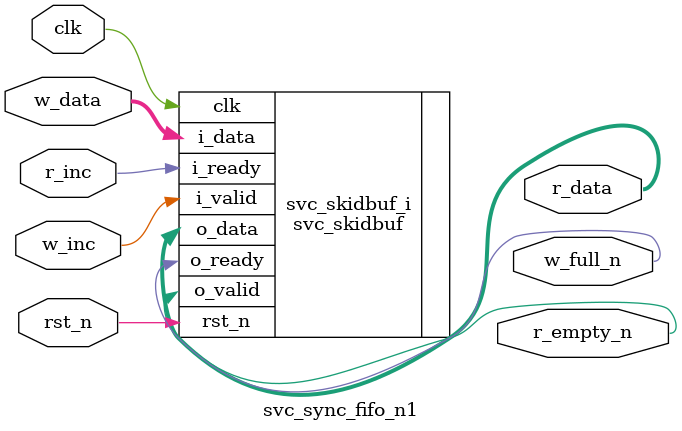
<source format=sv>
`ifndef SVC_SYNC_FIFO_N1_SV
`define SVC_SYNC_FIFO_N1_SV

`include "svc.sv"
`include "svc_skidbuf.sv"


module svc_sync_fifo_n1 #(
    parameter DATA_WIDTH = 8
) (
    input logic clk,
    input logic rst_n,

    input  logic                  w_inc,
    input  logic [DATA_WIDTH-1:0] w_data,
    output logic                  w_full_n,

    input  logic                  r_inc,
    output logic [DATA_WIDTH-1:0] r_data,
    output logic                  r_empty_n
);
  svc_skidbuf #(
      .DATA_WIDTH(DATA_WIDTH),
      .OPT_OUTREG(1)
  ) svc_skidbuf_i (
      .clk  (clk),
      .rst_n(rst_n),

      .i_valid(w_inc),
      .i_data (w_data),
      .o_ready(w_full_n),

      .i_ready(r_inc),
      .o_data (r_data),
      .o_valid(r_empty_n)
  );
endmodule
`endif

</source>
